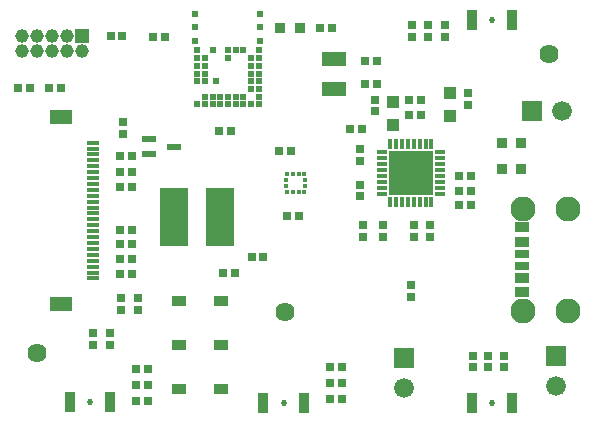
<source format=gts>
G04*
G04 #@! TF.GenerationSoftware,Altium Limited,Altium Designer,24.3.1 (35)*
G04*
G04 Layer_Color=8388736*
%FSLAX44Y44*%
%MOMM*%
G71*
G04*
G04 #@! TF.SameCoordinates,31FC7E56-FDD3-428C-A461-55F7AD2C4BF1*
G04*
G04*
G04 #@! TF.FilePolarity,Negative*
G04*
G01*
G75*
%ADD31R,0.3000X0.3500*%
%ADD32R,0.3500X0.3000*%
%ADD39R,0.8000X0.7000*%
%ADD40R,0.7000X0.8000*%
%ADD41R,0.9000X1.8000*%
%ADD42R,0.5016X0.5016*%
%ADD43R,0.6016X0.6016*%
%ADD44R,2.0000X1.2000*%
%ADD45R,0.9000X0.9000*%
%ADD46R,3.7000X3.7000*%
%ADD47R,0.4000X0.9000*%
%ADD48R,0.9000X0.4000*%
%ADD49R,1.1500X0.9500*%
%ADD50R,1.0000X0.4000*%
%ADD51R,1.9000X1.2000*%
%ADD52R,2.4000X4.9500*%
%ADD53R,1.1160X1.1160*%
%ADD54R,1.1500X0.6000*%
%ADD55R,1.3000X0.9000*%
%ADD56R,1.3000X0.8600*%
%ADD57R,1.3000X0.8000*%
%ADD58C,1.6750*%
%ADD59R,1.6750X1.6750*%
%ADD60C,0.5250*%
%ADD61C,1.6240*%
%ADD62R,1.1700X1.1700*%
%ADD63C,1.1700*%
%ADD64R,1.6750X1.6750*%
%ADD65C,2.1100*%
D31*
X261320Y191746D02*
D03*
X256320D02*
D03*
X251320D02*
D03*
X246320D02*
D03*
Y207246D02*
D03*
X251320D02*
D03*
X256320D02*
D03*
X261320D02*
D03*
D32*
X246070Y196996D02*
D03*
Y201996D02*
D03*
X261570D02*
D03*
Y196996D02*
D03*
D39*
X403568Y53198D02*
D03*
Y43198D02*
D03*
X417068D02*
D03*
Y53198D02*
D03*
X430569Y43189D02*
D03*
Y53188D02*
D03*
X366250Y323250D02*
D03*
Y333250D02*
D03*
X380000D02*
D03*
Y323250D02*
D03*
X352500D02*
D03*
Y333250D02*
D03*
X106000Y92000D02*
D03*
Y102000D02*
D03*
X308000Y218000D02*
D03*
Y228000D02*
D03*
X120000Y102000D02*
D03*
Y92000D02*
D03*
X96851Y72378D02*
D03*
Y62378D02*
D03*
X82136Y72378D02*
D03*
Y62378D02*
D03*
X354000Y164000D02*
D03*
Y154000D02*
D03*
X368000Y164000D02*
D03*
Y154000D02*
D03*
X321000Y270000D02*
D03*
Y260000D02*
D03*
X399692Y275268D02*
D03*
Y265268D02*
D03*
X351097Y113171D02*
D03*
Y103171D02*
D03*
X107259Y250868D02*
D03*
Y240868D02*
D03*
X328000Y154000D02*
D03*
Y164000D02*
D03*
X311000Y154000D02*
D03*
Y164000D02*
D03*
X308000Y198000D02*
D03*
Y188000D02*
D03*
D40*
X128811Y14877D02*
D03*
X118811D02*
D03*
Y28377D02*
D03*
X128811D02*
D03*
X118811Y41877D02*
D03*
X128811D02*
D03*
X283251Y16165D02*
D03*
X293251D02*
D03*
Y29665D02*
D03*
X283251D02*
D03*
X392549Y205306D02*
D03*
X402549D02*
D03*
X199283Y243470D02*
D03*
X189283D02*
D03*
X239643Y226456D02*
D03*
X249643D02*
D03*
X115500Y134750D02*
D03*
X105500D02*
D03*
X115500Y122250D02*
D03*
X105500D02*
D03*
X202325Y122929D02*
D03*
X192325D02*
D03*
X226481Y136545D02*
D03*
X216481D02*
D03*
X246305Y171334D02*
D03*
X256305D02*
D03*
X105500Y209000D02*
D03*
X115500D02*
D03*
X105500Y196000D02*
D03*
X115500D02*
D03*
X105500Y159750D02*
D03*
X115500D02*
D03*
X105500Y147250D02*
D03*
X115500D02*
D03*
X349926Y269644D02*
D03*
X359926D02*
D03*
X349961Y256671D02*
D03*
X359961D02*
D03*
X322651Y302872D02*
D03*
X312651D02*
D03*
X322303Y283474D02*
D03*
X312302D02*
D03*
X97079Y323472D02*
D03*
X107079D02*
D03*
X45000Y280000D02*
D03*
X55000D02*
D03*
X115500Y222000D02*
D03*
X105500D02*
D03*
X392549Y192806D02*
D03*
X402549D02*
D03*
X392549Y180306D02*
D03*
X402549D02*
D03*
X300039Y245400D02*
D03*
X310039D02*
D03*
X284802Y330137D02*
D03*
X274802D02*
D03*
X19000Y280000D02*
D03*
X29000D02*
D03*
X142981Y323071D02*
D03*
X132981D02*
D03*
X293251Y43165D02*
D03*
X283251D02*
D03*
D41*
X97000Y14000D02*
D03*
X63000D02*
D03*
X403000Y12818D02*
D03*
X437000D02*
D03*
X403000Y337000D02*
D03*
X437000D02*
D03*
X226589Y13423D02*
D03*
X260589D02*
D03*
D42*
X222500Y272500D02*
D03*
X170500Y311500D02*
D03*
X183500D02*
D03*
X196500D02*
D03*
X203000D02*
D03*
X209500D02*
D03*
X222500D02*
D03*
X222500Y305000D02*
D03*
Y298500D02*
D03*
X222500Y292000D02*
D03*
Y285500D02*
D03*
Y279000D02*
D03*
Y266000D02*
D03*
X216000D02*
D03*
X209500Y266000D02*
D03*
X203000Y266000D02*
D03*
X196500D02*
D03*
X190000Y266000D02*
D03*
X183500Y266000D02*
D03*
X177000D02*
D03*
X170500D02*
D03*
Y285500D02*
D03*
Y292000D02*
D03*
Y298500D02*
D03*
Y305000D02*
D03*
X177000Y305000D02*
D03*
X196500D02*
D03*
X216000Y305000D02*
D03*
Y298500D02*
D03*
Y292000D02*
D03*
Y285500D02*
D03*
Y279000D02*
D03*
X209500Y272500D02*
D03*
X203000D02*
D03*
X196500D02*
D03*
X190000D02*
D03*
X183500D02*
D03*
X177000D02*
D03*
Y285500D02*
D03*
Y292000D02*
D03*
Y298500D02*
D03*
X169000Y319750D02*
D03*
Y342750D02*
D03*
Y331250D02*
D03*
X224000Y331250D02*
D03*
Y342750D02*
D03*
Y319750D02*
D03*
D43*
X186500Y285750D02*
D03*
D44*
X286000Y279000D02*
D03*
Y304000D02*
D03*
D45*
X444674Y211269D02*
D03*
X428174D02*
D03*
X240948Y330509D02*
D03*
X257448D02*
D03*
X428186Y232797D02*
D03*
X444686D02*
D03*
D46*
X351299Y207806D02*
D03*
D47*
X368799Y232306D02*
D03*
X363799D02*
D03*
X358799D02*
D03*
X353799D02*
D03*
X348799D02*
D03*
X343799D02*
D03*
X338799D02*
D03*
X333799D02*
D03*
Y183306D02*
D03*
X338799D02*
D03*
X343799D02*
D03*
X348799D02*
D03*
X353799D02*
D03*
X358799D02*
D03*
X363799D02*
D03*
X368799D02*
D03*
D48*
X326799Y225306D02*
D03*
Y220306D02*
D03*
Y215306D02*
D03*
Y210306D02*
D03*
Y205306D02*
D03*
Y200306D02*
D03*
Y195306D02*
D03*
Y190306D02*
D03*
X375799D02*
D03*
Y195306D02*
D03*
Y200306D02*
D03*
Y205306D02*
D03*
Y210306D02*
D03*
Y215306D02*
D03*
Y220306D02*
D03*
Y225306D02*
D03*
D49*
X155000Y99000D02*
D03*
X191000D02*
D03*
X155000Y62000D02*
D03*
X191000D02*
D03*
Y25000D02*
D03*
X155000D02*
D03*
D50*
X82000Y233500D02*
D03*
Y228500D02*
D03*
Y223500D02*
D03*
Y218500D02*
D03*
Y213500D02*
D03*
Y208500D02*
D03*
Y203500D02*
D03*
Y198500D02*
D03*
Y193500D02*
D03*
Y188500D02*
D03*
Y183500D02*
D03*
Y178500D02*
D03*
Y173500D02*
D03*
Y168500D02*
D03*
Y163500D02*
D03*
Y158500D02*
D03*
Y153500D02*
D03*
Y148500D02*
D03*
Y143500D02*
D03*
Y138500D02*
D03*
Y133500D02*
D03*
Y128500D02*
D03*
Y123500D02*
D03*
Y118500D02*
D03*
D51*
X55000Y255000D02*
D03*
Y97000D02*
D03*
D52*
X190000Y170750D02*
D03*
X151000D02*
D03*
D53*
X336316Y267505D02*
D03*
Y248257D02*
D03*
X384104Y275327D02*
D03*
Y256079D02*
D03*
D54*
X150780Y230113D02*
D03*
X129780Y223613D02*
D03*
Y236613D02*
D03*
D55*
X445402Y106756D02*
D03*
Y161756D02*
D03*
D56*
Y119056D02*
D03*
Y149455D02*
D03*
D57*
Y139256D02*
D03*
Y129256D02*
D03*
D58*
X473917Y27430D02*
D03*
X345263Y25764D02*
D03*
X479726Y260504D02*
D03*
D59*
X473917Y52830D02*
D03*
X345263Y51164D02*
D03*
D60*
X80000Y14000D02*
D03*
X420000Y12818D02*
D03*
X420000Y337000D02*
D03*
X243589Y13423D02*
D03*
D61*
X35000Y55000D02*
D03*
X467986Y308905D02*
D03*
X245000Y90000D02*
D03*
D62*
X72779Y323472D02*
D03*
D63*
Y310772D02*
D03*
X60079Y323472D02*
D03*
Y310772D02*
D03*
X47379Y323472D02*
D03*
Y310772D02*
D03*
X34678Y323472D02*
D03*
Y310772D02*
D03*
X21978Y323472D02*
D03*
Y310772D02*
D03*
D64*
X454326Y260504D02*
D03*
D65*
X484202Y91055D02*
D03*
Y177456D02*
D03*
X446202Y91055D02*
D03*
Y177456D02*
D03*
M02*

</source>
